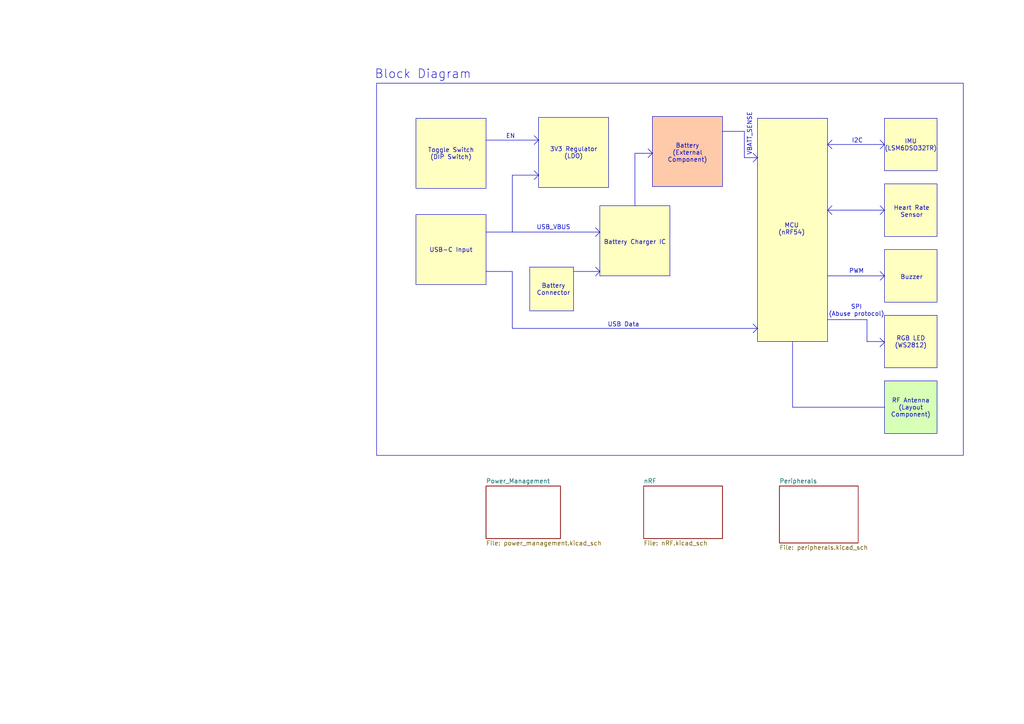
<source format=kicad_sch>
(kicad_sch
	(version 20250114)
	(generator "eeschema")
	(generator_version "9.0")
	(uuid "2a7dd2e8-59c9-4d04-9427-958ca4ea7daa")
	(paper "A4")
	(lib_symbols)
	(rectangle
		(start 156.21 34.036)
		(end 176.53 54.356)
		(stroke
			(width 0)
			(type solid)
		)
		(fill
			(type color)
			(color 255 255 194 1)
		)
		(uuid 068af690-b0ca-494c-b5d9-7f3e84c8cc04)
	)
	(rectangle
		(start 189.23 33.782)
		(end 209.55 54.102)
		(stroke
			(width 0)
			(type solid)
		)
		(fill
			(type color)
			(color 255 202 169 1)
		)
		(uuid 0813145f-4c9b-46d4-b385-4be47aaa35bf)
	)
	(rectangle
		(start 219.71 34.29)
		(end 240.03 99.06)
		(stroke
			(width 0)
			(type solid)
		)
		(fill
			(type color)
			(color 255 255 194 1)
		)
		(uuid 246008e4-ac61-4133-9ea5-b9eca0f7600b)
	)
	(rectangle
		(start 120.65 34.29)
		(end 140.97 54.61)
		(stroke
			(width 0)
			(type solid)
		)
		(fill
			(type color)
			(color 255 255 194 1)
		)
		(uuid 255aacc4-c018-4139-a628-494824169306)
	)
	(rectangle
		(start 120.65 62.23)
		(end 140.97 82.55)
		(stroke
			(width 0)
			(type solid)
		)
		(fill
			(type color)
			(color 255 255 194 1)
		)
		(uuid 63389ce3-1903-46a9-9774-4b9b0a248359)
	)
	(rectangle
		(start 256.54 91.44)
		(end 271.78 106.68)
		(stroke
			(width 0)
			(type solid)
		)
		(fill
			(type color)
			(color 255 255 194 1)
		)
		(uuid a85dee88-ee33-460c-825b-4d0d2cfb68ae)
	)
	(rectangle
		(start 153.67 77.47)
		(end 166.37 90.17)
		(stroke
			(width 0)
			(type solid)
		)
		(fill
			(type color)
			(color 255 255 194 1)
		)
		(uuid b12193c6-ff04-44dc-aa19-c131de4668f5)
	)
	(rectangle
		(start 173.99 59.69)
		(end 194.31 80.01)
		(stroke
			(width 0)
			(type solid)
		)
		(fill
			(type color)
			(color 255 255 194 1)
		)
		(uuid bffeacd8-164b-4cb3-aa71-28f6e392e7b1)
	)
	(rectangle
		(start 256.54 72.39)
		(end 271.78 87.63)
		(stroke
			(width 0)
			(type solid)
		)
		(fill
			(type color)
			(color 255 255 194 1)
		)
		(uuid ca2025b4-77b5-478b-9b82-4aaefcd2eaa9)
	)
	(rectangle
		(start 256.54 34.29)
		(end 271.78 49.53)
		(stroke
			(width 0)
			(type solid)
		)
		(fill
			(type color)
			(color 255 255 194 1)
		)
		(uuid cac3adfc-1f8f-4369-bafe-b607ddb85fec)
	)
	(rectangle
		(start 256.54 110.49)
		(end 271.78 125.73)
		(stroke
			(width 0)
			(type solid)
		)
		(fill
			(type color)
			(color 215 255 181 1)
		)
		(uuid cf9bbc75-cb3c-4e87-9bce-027e224b32c7)
	)
	(rectangle
		(start 256.54 53.34)
		(end 271.78 68.58)
		(stroke
			(width 0)
			(type solid)
		)
		(fill
			(type color)
			(color 255 255 194 1)
		)
		(uuid f798d1fa-485b-43e2-9a8c-1552d86a414b)
	)
	(rectangle
		(start 109.22 24.13)
		(end 279.4 132.08)
		(stroke
			(width 0)
			(type default)
		)
		(fill
			(type none)
		)
		(uuid fd30d799-1ad0-4258-9950-719730890611)
	)
	(text "VBATT_SENSE"
		(exclude_from_sim no)
		(at 217.424 38.862 90)
		(effects
			(font
				(size 1.27 1.27)
			)
		)
		(uuid "05f22fce-254f-4455-b5b1-cca6e80c0ab4")
	)
	(text "I2C"
		(exclude_from_sim no)
		(at 248.666 40.894 0)
		(effects
			(font
				(size 1.27 1.27)
			)
		)
		(uuid "221d4d28-3dbc-4c93-8709-4642cfd3630e")
	)
	(text "3V3 Regulator\n(LDO)"
		(exclude_from_sim no)
		(at 166.37 44.45 0)
		(effects
			(font
				(size 1.27 1.27)
			)
		)
		(uuid "2a7a8a75-7caa-4ccd-89b6-24d88c1d8dc1")
	)
	(text "Buzzer"
		(exclude_from_sim no)
		(at 264.414 80.518 0)
		(effects
			(font
				(size 1.27 1.27)
			)
		)
		(uuid "335aad66-abc3-4843-bc16-e8b811339f07")
	)
	(text "Battery\nConnector"
		(exclude_from_sim no)
		(at 160.528 84.074 0)
		(effects
			(font
				(size 1.27 1.27)
			)
		)
		(uuid "3e217254-7d27-455d-97dd-b80114f63a3e")
	)
	(text "RGB LED\n(WS2812)"
		(exclude_from_sim no)
		(at 264.16 99.314 0)
		(effects
			(font
				(size 1.27 1.27)
			)
		)
		(uuid "52a7f948-bcd5-471c-98a0-f6cf4f2afd42")
	)
	(text "USB Data"
		(exclude_from_sim no)
		(at 180.848 94.234 0)
		(effects
			(font
				(size 1.27 1.27)
			)
		)
		(uuid "54ce0d23-6fa3-4b7e-8222-a7621bd87f8d")
	)
	(text "EN"
		(exclude_from_sim no)
		(at 148.082 39.624 0)
		(effects
			(font
				(size 1.27 1.27)
			)
		)
		(uuid "56c6a082-5eb7-40bc-96a1-b545ec1ad556")
	)
	(text "IMU\n(LSM6DSO32TR)"
		(exclude_from_sim no)
		(at 264.16 42.164 0)
		(effects
			(font
				(size 1.27 1.27)
			)
		)
		(uuid "6dee6880-878e-41ba-b4f4-482c0848076e")
	)
	(text "SPI\n(Abuse protocol)"
		(exclude_from_sim no)
		(at 248.412 90.17 0)
		(effects
			(font
				(size 1.27 1.27)
			)
		)
		(uuid "720084b0-ac37-4239-b395-9f1838f5262c")
	)
	(text "MCU\n(nRF54)"
		(exclude_from_sim no)
		(at 229.616 66.548 0)
		(effects
			(font
				(size 1.27 1.27)
			)
		)
		(uuid "728b507a-0da3-4dba-b8a8-81217661f208")
	)
	(text "USB_VBUS"
		(exclude_from_sim no)
		(at 160.528 66.04 0)
		(effects
			(font
				(size 1.27 1.27)
			)
		)
		(uuid "7cf97b74-ab9e-4e6e-8dce-2f85caa3bb66")
	)
	(text "RF Antenna\n(Layout\nComponent)"
		(exclude_from_sim no)
		(at 264.16 118.364 0)
		(effects
			(font
				(size 1.27 1.27)
			)
		)
		(uuid "920ae62a-c541-4979-86f2-dd49b18b9153")
	)
	(text "Block Diagram"
		(exclude_from_sim no)
		(at 122.682 21.59 0)
		(effects
			(font
				(size 2.54 2.54)
			)
		)
		(uuid "9835534f-1865-4c13-81f5-592ff30b2ac3")
	)
	(text "Battery\n(External\nComponent)"
		(exclude_from_sim no)
		(at 199.39 44.45 0)
		(effects
			(font
				(size 1.27 1.27)
			)
		)
		(uuid "9de9de65-1a26-4d79-a6f3-7054c3b9b4ca")
	)
	(text "PWM"
		(exclude_from_sim no)
		(at 248.412 78.74 0)
		(effects
			(font
				(size 1.27 1.27)
			)
		)
		(uuid "a6dab963-b814-4b2c-86c0-66a24ad42add")
	)
	(text "Toggle Switch\n(DIP Switch)"
		(exclude_from_sim no)
		(at 130.81 44.704 0)
		(effects
			(font
				(size 1.27 1.27)
			)
		)
		(uuid "df223083-436c-4d67-977c-8ab53a3511e1")
	)
	(text "Battery Charger IC"
		(exclude_from_sim no)
		(at 184.15 70.358 0)
		(effects
			(font
				(size 1.27 1.27)
			)
		)
		(uuid "f0eab3f0-fdf4-4eaf-b92c-c15ffeae8437")
	)
	(text "Heart Rate\nSensor"
		(exclude_from_sim no)
		(at 264.414 61.468 0)
		(effects
			(font
				(size 1.27 1.27)
			)
		)
		(uuid "f4d806d4-8095-4212-9025-af4012875342")
	)
	(text "USB-C Input"
		(exclude_from_sim no)
		(at 130.81 72.644 0)
		(effects
			(font
				(size 1.27 1.27)
			)
		)
		(uuid "f60daf06-3eb2-44c5-8280-a6ac0adc751f")
	)
	(polyline
		(pts
			(xy 241.3 62.23) (xy 240.03 60.96)
		)
		(stroke
			(width 0)
			(type default)
		)
		(uuid "08a97171-75d4-43c1-aee8-bfb0ca14a78a")
	)
	(polyline
		(pts
			(xy 154.94 52.07) (xy 156.21 50.8)
		)
		(stroke
			(width 0)
			(type default)
		)
		(uuid "11dab010-9a51-490b-9e05-eecd7b5397df")
	)
	(polyline
		(pts
			(xy 172.72 80.01) (xy 173.99 78.74)
		)
		(stroke
			(width 0)
			(type default)
		)
		(uuid "159054b4-e896-432a-a853-23cba0b66fd8")
	)
	(polyline
		(pts
			(xy 172.72 68.58) (xy 173.99 67.31)
		)
		(stroke
			(width 0)
			(type default)
		)
		(uuid "1900efa7-366c-408a-bc5a-ac62b5d42fdb")
	)
	(polyline
		(pts
			(xy 187.96 43.18) (xy 189.23 44.45)
		)
		(stroke
			(width 0)
			(type default)
		)
		(uuid "1f067422-45f8-40bc-88fc-21b8e019d394")
	)
	(polyline
		(pts
			(xy 240.03 80.01) (xy 256.54 80.01)
		)
		(stroke
			(width 0)
			(type default)
		)
		(uuid "2a20bdc6-b3e7-4f6e-b099-de8174d6962b")
	)
	(polyline
		(pts
			(xy 148.59 50.8) (xy 156.21 50.8)
		)
		(stroke
			(width 0)
			(type default)
		)
		(uuid "31f717ef-861d-4f38-a8ab-3722de34bee4")
	)
	(polyline
		(pts
			(xy 241.3 43.18) (xy 240.03 41.91)
		)
		(stroke
			(width 0)
			(type default)
		)
		(uuid "394ba62e-068c-41db-b647-3e716930d38e")
	)
	(polyline
		(pts
			(xy 148.59 95.25) (xy 219.71 95.25)
		)
		(stroke
			(width 0)
			(type default)
		)
		(uuid "51d12aa1-694d-4ab0-94a4-90657948c90a")
	)
	(polyline
		(pts
			(xy 251.46 92.71) (xy 251.46 99.06)
		)
		(stroke
			(width 0)
			(type default)
		)
		(uuid "5222fa87-1057-43a4-bcd8-2c2c172c276c")
	)
	(polyline
		(pts
			(xy 218.44 93.98) (xy 219.71 95.25)
		)
		(stroke
			(width 0)
			(type default)
		)
		(uuid "59a66ae1-b21d-44b7-9e02-3d6e7a24971b")
	)
	(polyline
		(pts
			(xy 184.15 59.69) (xy 184.15 44.45)
		)
		(stroke
			(width 0)
			(type default)
		)
		(uuid "66ef5a1c-d4cf-4856-a318-b51023237d40")
	)
	(polyline
		(pts
			(xy 215.9 38.1) (xy 215.9 45.72)
		)
		(stroke
			(width 0)
			(type default)
		)
		(uuid "68a567aa-eb84-4d07-b701-8399c59c818c")
	)
	(polyline
		(pts
			(xy 187.96 45.72) (xy 189.23 44.45)
		)
		(stroke
			(width 0)
			(type default)
		)
		(uuid "706f83d8-fb86-4ef3-a474-cac161973ef3")
	)
	(polyline
		(pts
			(xy 148.59 78.74) (xy 148.59 95.25)
		)
		(stroke
			(width 0)
			(type default)
		)
		(uuid "763fa51c-88fd-4da8-b375-2af46f3bd8f8")
	)
	(polyline
		(pts
			(xy 166.37 78.74) (xy 173.99 78.74)
		)
		(stroke
			(width 0)
			(type default)
		)
		(uuid "77b98cbd-ad57-46d6-a676-3850288e0d8a")
	)
	(polyline
		(pts
			(xy 240.03 60.96) (xy 256.54 60.96)
		)
		(stroke
			(width 0)
			(type default)
		)
		(uuid "7ad9d862-4211-4fc0-b1fd-5173bee60db5")
	)
	(polyline
		(pts
			(xy 255.27 43.18) (xy 256.54 41.91)
		)
		(stroke
			(width 0)
			(type default)
		)
		(uuid "814c252e-41d0-4666-99c3-7116073da760")
	)
	(polyline
		(pts
			(xy 140.97 78.74) (xy 148.59 78.74)
		)
		(stroke
			(width 0)
			(type default)
		)
		(uuid "825f222f-267f-4882-a39c-b9af58853f7d")
	)
	(polyline
		(pts
			(xy 255.27 59.69) (xy 256.54 60.96)
		)
		(stroke
			(width 0)
			(type default)
		)
		(uuid "83e4753a-1af6-4147-a918-5c4742093899")
	)
	(polyline
		(pts
			(xy 240.03 41.91) (xy 256.54 41.91)
		)
		(stroke
			(width 0)
			(type default)
		)
		(uuid "859c7c7e-b891-4e36-bb81-6cd923d07c79")
	)
	(polyline
		(pts
			(xy 218.44 46.99) (xy 219.71 45.72)
		)
		(stroke
			(width 0)
			(type default)
		)
		(uuid "87c3c002-d05a-40d5-8fea-320dc3b1fdfa")
	)
	(polyline
		(pts
			(xy 140.97 40.64) (xy 156.21 40.64)
		)
		(stroke
			(width 0)
			(type default)
		)
		(uuid "89b948f1-fa47-4c06-bfce-87bd33fc7527")
	)
	(polyline
		(pts
			(xy 255.27 40.64) (xy 256.54 41.91)
		)
		(stroke
			(width 0)
			(type default)
		)
		(uuid "8b7638fd-d68b-4349-b152-2f61700c8002")
	)
	(polyline
		(pts
			(xy 140.97 67.31) (xy 148.59 67.31)
		)
		(stroke
			(width 0)
			(type default)
		)
		(uuid "908ddf67-180c-45d4-9be4-df700ad8d5cc")
	)
	(polyline
		(pts
			(xy 218.44 96.52) (xy 219.71 95.25)
		)
		(stroke
			(width 0)
			(type default)
		)
		(uuid "92d6fc23-def1-4d75-babf-613fb7c66451")
	)
	(polyline
		(pts
			(xy 241.3 40.64) (xy 240.03 41.91)
		)
		(stroke
			(width 0)
			(type default)
		)
		(uuid "92e1aef0-62b4-4061-bd24-270940bcdcf1")
	)
	(polyline
		(pts
			(xy 148.59 67.31) (xy 173.99 67.31)
		)
		(stroke
			(width 0)
			(type default)
		)
		(uuid "a0a7117d-9249-4dd9-82ac-8691cd44213f")
	)
	(polyline
		(pts
			(xy 172.72 66.04) (xy 173.99 67.31)
		)
		(stroke
			(width 0)
			(type default)
		)
		(uuid "a0b6cf89-2723-4c23-a8bf-f3dc57d07250")
	)
	(polyline
		(pts
			(xy 148.59 67.31) (xy 148.59 50.8)
		)
		(stroke
			(width 0)
			(type default)
		)
		(uuid "a7af30b1-6f08-4aa1-a80b-45709b9e8741")
	)
	(polyline
		(pts
			(xy 255.2339 100.6049) (xy 256.5039 99.3349)
		)
		(stroke
			(width 0)
			(type default)
		)
		(uuid "a8440185-bc12-4b28-98c7-90910abc05ab")
	)
	(polyline
		(pts
			(xy 251.46 99.06) (xy 256.54 99.06)
		)
		(stroke
			(width 0)
			(type default)
		)
		(uuid "a8f67140-ef08-4f71-81f9-d50fdb78f79e")
	)
	(polyline
		(pts
			(xy 215.9 45.72) (xy 219.71 45.72)
		)
		(stroke
			(width 0)
			(type default)
		)
		(uuid "a9ae55b8-313b-44cd-82b7-05617e9c90c3")
	)
	(polyline
		(pts
			(xy 184.15 44.45) (xy 189.23 44.45)
		)
		(stroke
			(width 0)
			(type default)
		)
		(uuid "b801c360-24ad-4ac3-8b16-981c3e922d52")
	)
	(polyline
		(pts
			(xy 241.3 59.69) (xy 240.03 60.96)
		)
		(stroke
			(width 0)
			(type default)
		)
		(uuid "c0d3b2ef-29b0-4a3d-8766-f05604e96662")
	)
	(polyline
		(pts
			(xy 255.2339 98.0649) (xy 256.5039 99.3349)
		)
		(stroke
			(width 0)
			(type default)
		)
		(uuid "c5b3a78d-d33c-4adb-aa5f-5e8c96947eac")
	)
	(polyline
		(pts
			(xy 209.55 38.1) (xy 215.9 38.1)
		)
		(stroke
			(width 0)
			(type default)
		)
		(uuid "c6444803-a6fc-4fdf-a288-457b7b5781f5")
	)
	(polyline
		(pts
			(xy 255.27 62.23) (xy 256.54 60.96)
		)
		(stroke
			(width 0)
			(type default)
		)
		(uuid "dc5a12df-fec8-4595-863b-b1c5ff410ec7")
	)
	(polyline
		(pts
			(xy 154.94 41.91) (xy 156.21 40.64)
		)
		(stroke
			(width 0)
			(type default)
		)
		(uuid "dccf5f1a-910b-4c78-b972-db6cc564ea60")
	)
	(polyline
		(pts
			(xy 240.03 92.71) (xy 251.46 92.71)
		)
		(stroke
			(width 0)
			(type default)
		)
		(uuid "e764e107-dbc9-4960-87a5-a8e0adafb3d3")
	)
	(polyline
		(pts
			(xy 229.87 99.06) (xy 229.87 118.11)
		)
		(stroke
			(width 0)
			(type default)
		)
		(uuid "e785a2a4-1adf-40f7-8175-c223cf75e63c")
	)
	(polyline
		(pts
			(xy 229.87 118.11) (xy 256.54 118.11)
		)
		(stroke
			(width 0)
			(type default)
		)
		(uuid "e789ba02-1b64-46e2-b4cc-769083bb1958")
	)
	(polyline
		(pts
			(xy 255.27 81.28) (xy 256.54 80.01)
		)
		(stroke
			(width 0)
			(type default)
		)
		(uuid "e8780845-53e9-4edc-a325-c38613e802e4")
	)
	(polyline
		(pts
			(xy 218.44 44.45) (xy 219.71 45.72)
		)
		(stroke
			(width 0)
			(type default)
		)
		(uuid "e96e3c75-9ed0-4a8c-a483-6f1b3845e865")
	)
	(polyline
		(pts
			(xy 154.94 49.53) (xy 156.21 50.8)
		)
		(stroke
			(width 0)
			(type default)
		)
		(uuid "f54eadbe-6aaf-496a-87bd-06b7e0f024e1")
	)
	(polyline
		(pts
			(xy 154.94 39.37) (xy 156.21 40.64)
		)
		(stroke
			(width 0)
			(type default)
		)
		(uuid "f9c1624f-6c85-4c38-8b16-9dbc8c336dc2")
	)
	(polyline
		(pts
			(xy 172.72 77.47) (xy 173.99 78.74)
		)
		(stroke
			(width 0)
			(type default)
		)
		(uuid "fb93faf2-83e0-495f-89c3-a44cc3f030a1")
	)
	(polyline
		(pts
			(xy 255.27 78.74) (xy 256.54 80.01)
		)
		(stroke
			(width 0)
			(type default)
		)
		(uuid "feb95b04-8fd5-4b27-b994-60a808791f2f")
	)
	(sheet
		(at 226.06 140.97)
		(size 22.86 16.51)
		(exclude_from_sim no)
		(in_bom yes)
		(on_board yes)
		(dnp no)
		(fields_autoplaced yes)
		(stroke
			(width 0.1524)
			(type solid)
		)
		(fill
			(color 0 0 0 0.0000)
		)
		(uuid "0a46bc71-1510-4d16-84f4-1ed47583280c")
		(property "Sheetname" "Peripherals"
			(at 226.06 140.2584 0)
			(effects
				(font
					(size 1.27 1.27)
				)
				(justify left bottom)
			)
		)
		(property "Sheetfile" "peripherals.kicad_sch"
			(at 226.06 158.0646 0)
			(effects
				(font
					(size 1.27 1.27)
				)
				(justify left top)
			)
		)
		(instances
			(project "bracelet_rev1"
				(path "/2a7dd2e8-59c9-4d04-9427-958ca4ea7daa"
					(page "4")
				)
			)
		)
	)
	(sheet
		(at 140.97 140.97)
		(size 21.59 15.24)
		(exclude_from_sim no)
		(in_bom yes)
		(on_board yes)
		(dnp no)
		(fields_autoplaced yes)
		(stroke
			(width 0.1524)
			(type solid)
		)
		(fill
			(color 0 0 0 0.0000)
		)
		(uuid "7383ec9e-616f-491e-b9b4-a2281ee869cd")
		(property "Sheetname" "Power_Management"
			(at 140.97 140.2584 0)
			(effects
				(font
					(size 1.27 1.27)
				)
				(justify left bottom)
			)
		)
		(property "Sheetfile" "power_management.kicad_sch"
			(at 140.97 156.7946 0)
			(effects
				(font
					(size 1.27 1.27)
				)
				(justify left top)
			)
		)
		(instances
			(project "bracelet_rev1"
				(path "/2a7dd2e8-59c9-4d04-9427-958ca4ea7daa"
					(page "2")
				)
			)
		)
	)
	(sheet
		(at 186.69 140.97)
		(size 22.86 15.24)
		(exclude_from_sim no)
		(in_bom yes)
		(on_board yes)
		(dnp no)
		(fields_autoplaced yes)
		(stroke
			(width 0.1524)
			(type solid)
		)
		(fill
			(color 0 0 0 0.0000)
		)
		(uuid "ad786af7-ff00-44f4-8204-9aee6ad471a6")
		(property "Sheetname" "nRF"
			(at 186.69 140.2584 0)
			(effects
				(font
					(size 1.27 1.27)
				)
				(justify left bottom)
			)
		)
		(property "Sheetfile" "nRF.kicad_sch"
			(at 186.69 156.7946 0)
			(effects
				(font
					(size 1.27 1.27)
				)
				(justify left top)
			)
		)
		(instances
			(project "bracelet_rev1"
				(path "/2a7dd2e8-59c9-4d04-9427-958ca4ea7daa"
					(page "3")
				)
			)
		)
	)
	(sheet_instances
		(path "/"
			(page "1")
		)
	)
	(embedded_fonts no)
)

</source>
